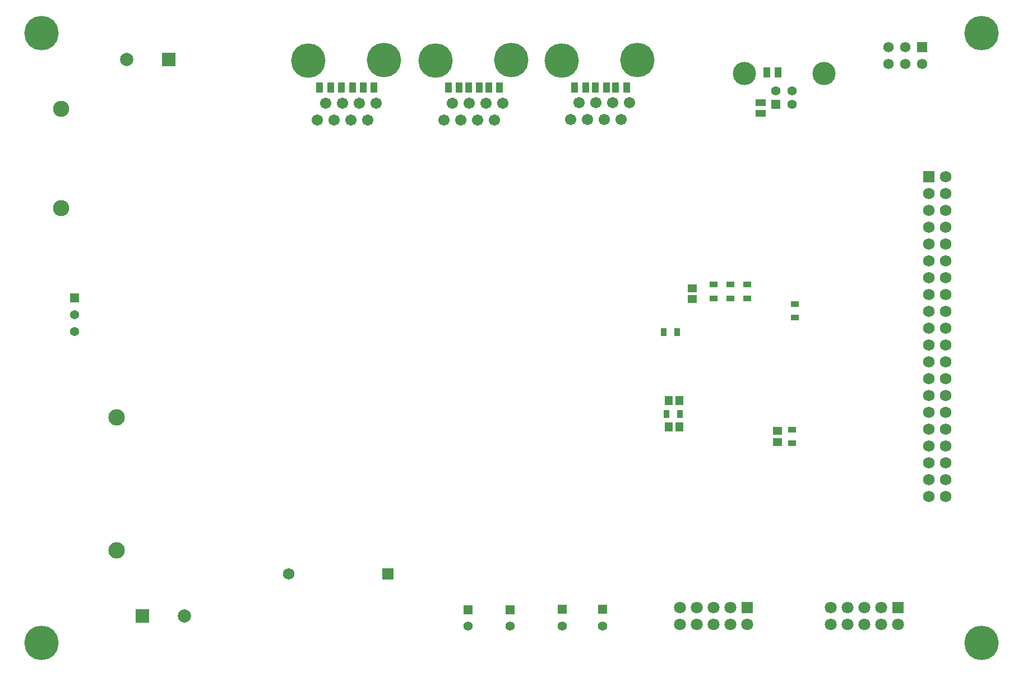
<source format=gbs>
%FSLAX23Y23*%
%MOIN*%
%SFA1B1*%

%IPPOS*%
%ADD20R,0.057330X0.051360*%
%ADD30R,0.051360X0.057330*%
%ADD52R,0.061150X0.041470*%
%ADD54R,0.041470X0.061150*%
%ADD59R,0.068900X0.068900*%
%ADD60C,0.068900*%
%ADD61C,0.137800*%
%ADD62R,0.055910X0.055910*%
%ADD63C,0.055910*%
%ADD64C,0.069020*%
%ADD65R,0.069020X0.069020*%
%ADD66C,0.070990*%
%ADD67R,0.070990X0.070990*%
%ADD68R,0.061810X0.061810*%
%ADD69C,0.061810*%
%ADD70R,0.078870X0.078870*%
%ADD71C,0.078870*%
%ADD72R,0.055120X0.055120*%
%ADD73C,0.055120*%
%ADD74C,0.097760*%
%ADD75C,0.204850*%
%ADD76C,0.067060*%
%ADD77R,0.053980X0.053980*%
%ADD78C,0.053980*%
%ADD79C,0.096580*%
%ADD105R,0.047490X0.037650*%
%ADD106R,0.037650X0.047490*%
%LNpcb-1*%
%LPD*%
G54D20*
X4275Y2448D03*
Y2385D03*
X4780Y1600D03*
Y1536D03*
G54D30*
X4133Y1626D03*
X4196D03*
X4134Y1783D03*
X4197D03*
G54D52*
X4680Y3552D03*
Y3487D03*
G54D54*
X3575Y3640D03*
X3640D03*
X2888D03*
X2823D03*
X3817D03*
X3882D03*
X2188D03*
X2253D03*
X4782Y3730D03*
X4717D03*
X2058Y3640D03*
X2123D03*
X2316D03*
X2381D03*
X3008D03*
X2943D03*
X3697D03*
X3762D03*
X3128D03*
X3063D03*
G54D59*
X2465Y750D03*
G54D60*
X1874Y750D03*
G54D61*
X5056Y3726D03*
X4582D03*
G54D62*
X4770Y3541D03*
G54D63*
X4868Y3541D03*
Y3620D03*
X4770D03*
G54D64*
X5680Y1210D03*
Y1310D03*
Y1410D03*
Y1510D03*
Y1610D03*
Y1710D03*
Y1810D03*
Y1910D03*
Y2010D03*
Y2110D03*
Y2210D03*
Y2310D03*
Y2410D03*
Y2510D03*
Y2610D03*
Y2710D03*
Y2810D03*
Y2910D03*
Y3010D03*
X5780Y1210D03*
Y1310D03*
Y1410D03*
Y1510D03*
Y1610D03*
Y1710D03*
Y1810D03*
Y1910D03*
Y2010D03*
Y2110D03*
Y2210D03*
Y2310D03*
Y2410D03*
Y2510D03*
Y2610D03*
Y2710D03*
Y2810D03*
Y2910D03*
Y3010D03*
Y3110D03*
G54D65*
X5680Y3110D03*
G54D66*
X4600Y450D03*
X4500D03*
X4400D03*
X4300D03*
X4200D03*
X4500Y550D03*
X4400D03*
X4300D03*
X4200D03*
X5098Y550D03*
X5198D03*
X5298D03*
X5398D03*
X5098Y450D03*
X5198D03*
X5298D03*
X5398D03*
X5498D03*
G54D67*
X4600Y550D03*
X5498Y550D03*
G54D68*
X5640Y3880D03*
G54D69*
X5540Y3880D03*
X5440D03*
X5640Y3780D03*
X5540D03*
X5440D03*
G54D70*
X1005Y500D03*
X1159Y3808D03*
G54D71*
X1255Y500D03*
X909Y3808D03*
G54D72*
X3740Y540D03*
X3500D03*
X2940Y538D03*
X3190D03*
G54D73*
X3740Y441D03*
X3500D03*
X2940Y440D03*
X3190D03*
G54D74*
X850Y893D03*
Y1681D03*
G54D75*
X2746Y3800D03*
X3196Y3805D03*
X3948Y3806D03*
X3498Y3801D03*
X1991Y3800D03*
X2441Y3805D03*
X5994Y343D03*
Y3965D03*
X404Y343D03*
Y3965D03*
G54D76*
X3048Y3548D03*
X2998Y3448D03*
X2948Y3548D03*
X2898Y3448D03*
X2848Y3548D03*
X2798Y3448D03*
X3148Y3548D03*
X3098Y3448D03*
X3850Y3450D03*
X3900Y3550D03*
X3550Y3450D03*
X3600Y3550D03*
X3650Y3450D03*
X3700Y3550D03*
X3750Y3450D03*
X3800Y3550D03*
X2293Y3548D03*
X2243Y3448D03*
X2193Y3548D03*
X2143Y3448D03*
X2093Y3548D03*
X2043Y3448D03*
X2393Y3548D03*
X2343Y3448D03*
G54D77*
X600Y2390D03*
G54D78*
X600Y2290D03*
Y2190D03*
G54D79*
X520Y3515D03*
Y2924D03*
G54D105*
X4884Y2356D03*
Y2275D03*
X4400Y2470D03*
Y2389D03*
X4600Y2470D03*
Y2389D03*
X4500Y2470D03*
Y2389D03*
X4866Y1527D03*
Y1608D03*
G54D106*
X4119Y1702D03*
X4200D03*
X4102Y2189D03*
X4183D03*
M02*
</source>
